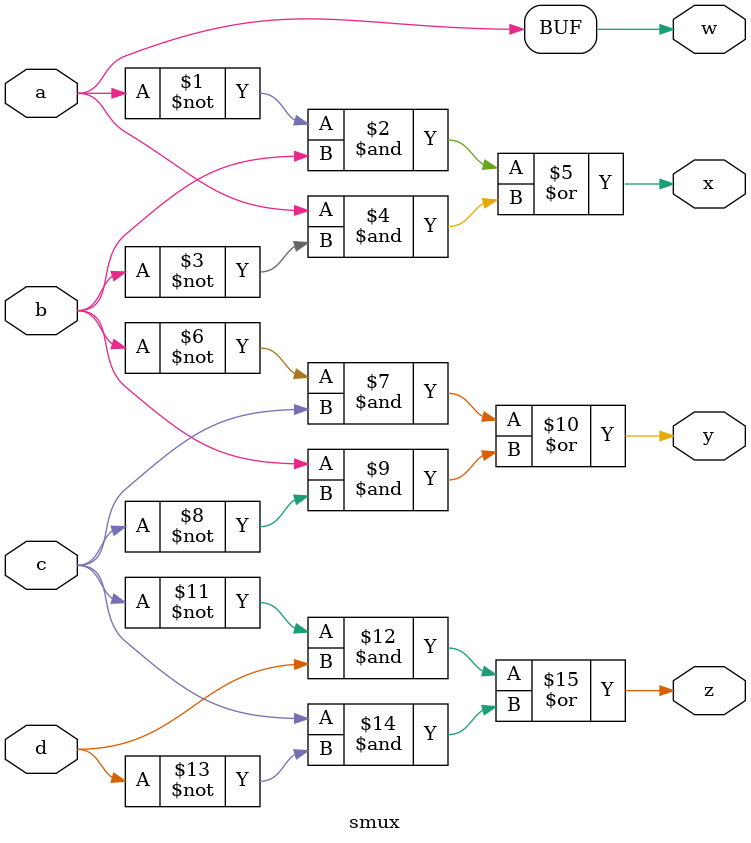
<source format=v>
`timescale 1ns / 1ps

module smux(
    input a,
    input b, 
    input c,
    input d,
    output w,
    output x,
    output y, 
    output z
    );
    
    assign w = a;
    assign x = (~a&b) | (a&~b);
    assign y =  (~b&c) | (b&~c);
    assign z =  (~c&d) | (c&~d);
    
endmodule
</source>
